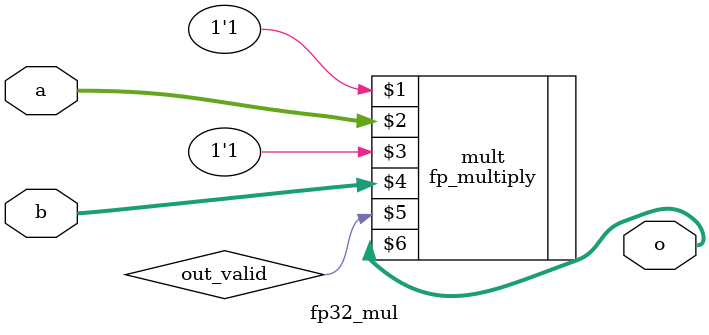
<source format=v>
`timescale 1ns / 1ps


module fp32_mul (
    input wire [31:0] a,  // FP32 input A
    input wire [31:0] b,  // FP32 input B
    output  [31:0] o   // FP32 output (A * B)
);
wire out_valid;
    fp_multiply mult(
  1'b1,
  a,
  1'b1,
  b,
  out_valid,
  o
);
endmodule


</source>
